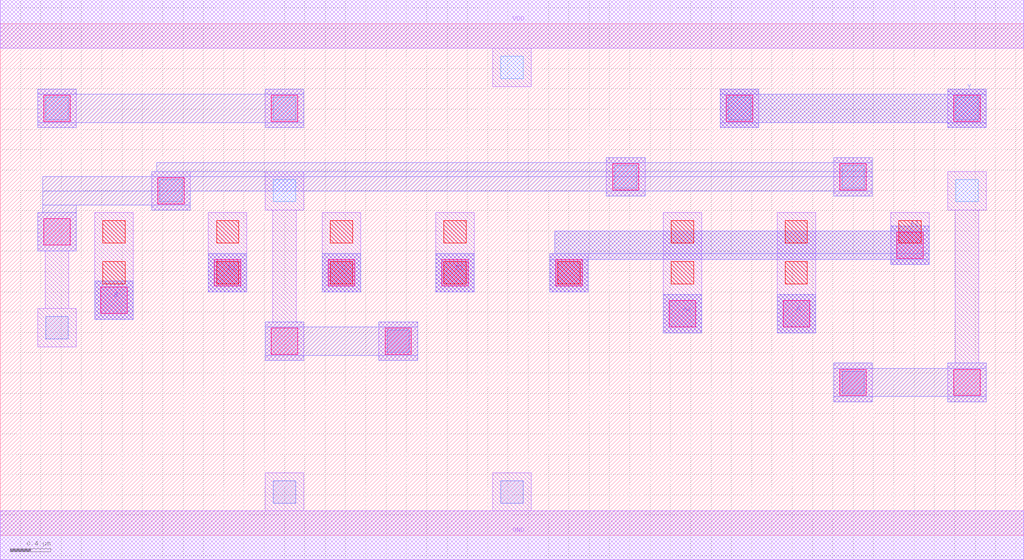
<source format=lef>
MACRO AAOI322
 CLASS CORE ;
 FOREIGN AAOI322 0 0 ;
 SIZE 10.08 BY 5.04 ;
 ORIGIN 0 0 ;
 SYMMETRY X Y R90 ;
 SITE unit ;
  PIN VDD
   DIRECTION INOUT ;
   USE POWER ;
   SHAPE ABUTMENT ;
    PORT
     CLASS CORE ;
       LAYER met1 ;
        RECT 0.00000000 4.80000000 10.08000000 5.28000000 ;
    END
  END VDD

  PIN GND
   DIRECTION INOUT ;
   USE POWER ;
   SHAPE ABUTMENT ;
    PORT
     CLASS CORE ;
       LAYER met1 ;
        RECT 0.00000000 -0.24000000 10.08000000 0.24000000 ;
    END
  END GND

  PIN Y
   DIRECTION INOUT ;
   USE SIGNAL ;
   SHAPE ABUTMENT ;
    PORT
     CLASS CORE ;
       LAYER met2 ;
        RECT 7.09000000 4.01700000 7.47000000 4.06700000 ;
        RECT 9.33000000 4.01700000 9.71000000 4.06700000 ;
        RECT 7.09000000 4.06700000 9.71000000 4.34700000 ;
        RECT 7.09000000 4.34700000 7.47000000 4.39700000 ;
        RECT 9.33000000 4.34700000 9.71000000 4.39700000 ;
    END
  END Y

  PIN A
   DIRECTION INOUT ;
   USE SIGNAL ;
   SHAPE ABUTMENT ;
    PORT
     CLASS CORE ;
       LAYER met2 ;
        RECT 7.65000000 1.99200000 8.03000000 2.37200000 ;
    END
  END A

  PIN A2
   DIRECTION INOUT ;
   USE SIGNAL ;
   SHAPE ABUTMENT ;
    PORT
     CLASS CORE ;
       LAYER met2 ;
        RECT 5.41000000 2.39700000 5.79000000 2.71700000 ;
        RECT 8.77000000 2.66700000 9.15000000 2.71700000 ;
        RECT 5.41000000 2.71700000 9.15000000 2.77700000 ;
        RECT 5.46000000 2.77700000 9.15000000 2.99700000 ;
        RECT 8.77000000 2.99700000 9.15000000 3.04700000 ;
    END
  END A2

  PIN B1
   DIRECTION INOUT ;
   USE SIGNAL ;
   SHAPE ABUTMENT ;
    PORT
     CLASS CORE ;
       LAYER met2 ;
        RECT 2.05000000 2.39700000 2.43000000 2.77700000 ;
    END
  END B1

  PIN B
   DIRECTION INOUT ;
   USE SIGNAL ;
   SHAPE ABUTMENT ;
    PORT
     CLASS CORE ;
       LAYER met2 ;
        RECT 0.93000000 2.12700000 1.31000000 2.50700000 ;
    END
  END B

  PIN C
   DIRECTION INOUT ;
   USE SIGNAL ;
   SHAPE ABUTMENT ;
    PORT
     CLASS CORE ;
       LAYER met2 ;
        RECT 3.17000000 2.39700000 3.55000000 2.77700000 ;
    END
  END C

  PIN C1
   DIRECTION INOUT ;
   USE SIGNAL ;
   SHAPE ABUTMENT ;
    PORT
     CLASS CORE ;
       LAYER met2 ;
        RECT 4.29000000 2.39700000 4.67000000 2.77700000 ;
    END
  END C1

  PIN A1
   DIRECTION INOUT ;
   USE SIGNAL ;
   SHAPE ABUTMENT ;
    PORT
     CLASS CORE ;
       LAYER met2 ;
        RECT 6.53000000 1.99200000 6.91000000 2.37200000 ;
    END
  END A1

 OBS
    LAYER polycont ;
     RECT 1.01000000 2.47700000 1.23000000 2.69700000 ;
     RECT 2.13000000 2.47700000 2.35000000 2.69700000 ;
     RECT 3.25000000 2.47700000 3.47000000 2.69700000 ;
     RECT 4.37000000 2.47700000 4.59000000 2.69700000 ;
     RECT 5.49000000 2.47700000 5.71000000 2.69700000 ;
     RECT 6.61000000 2.47700000 6.83000000 2.69700000 ;
     RECT 7.73000000 2.47700000 7.95000000 2.69700000 ;
     RECT 1.01000000 2.88200000 1.23000000 3.10200000 ;
     RECT 2.13000000 2.88200000 2.35000000 3.10200000 ;
     RECT 3.25000000 2.88200000 3.47000000 3.10200000 ;
     RECT 4.37000000 2.88200000 4.59000000 3.10200000 ;
     RECT 6.61000000 2.88200000 6.83000000 3.10200000 ;
     RECT 7.73000000 2.88200000 7.95000000 3.10200000 ;
     RECT 8.85000000 2.88200000 9.07000000 3.10200000 ;

    LAYER pdiffc ;
     RECT 1.57000000 3.28700000 1.79000000 3.50700000 ;
     RECT 2.69000000 3.28700000 2.91000000 3.50700000 ;
     RECT 9.41000000 3.28700000 9.63000000 3.50700000 ;
     RECT 6.05000000 3.42200000 6.27000000 3.64200000 ;
     RECT 8.29000000 3.42200000 8.51000000 3.64200000 ;
     RECT 0.45000000 4.09700000 0.67000000 4.31700000 ;
     RECT 2.69000000 4.09700000 2.91000000 4.31700000 ;
     RECT 7.17000000 4.09700000 7.39000000 4.31700000 ;
     RECT 9.41000000 4.09700000 9.63000000 4.31700000 ;
     RECT 4.93000000 4.50200000 5.15000000 4.72200000 ;

    LAYER ndiffc ;
     RECT 2.69000000 0.31700000 2.91000000 0.53700000 ;
     RECT 4.93000000 0.31700000 5.15000000 0.53700000 ;
     RECT 8.29000000 1.39700000 8.51000000 1.61700000 ;
     RECT 3.81000000 1.80200000 4.03000000 2.02200000 ;
     RECT 0.45000000 1.93700000 0.67000000 2.15700000 ;

    LAYER met1 ;
     RECT 0.00000000 -0.24000000 10.08000000 0.24000000 ;
     RECT 2.61000000 0.24000000 2.99000000 0.61700000 ;
     RECT 4.85000000 0.24000000 5.23000000 0.61700000 ;
     RECT 8.21000000 1.31700000 8.59000000 1.69700000 ;
     RECT 3.73000000 1.72200000 4.11000000 2.10200000 ;
     RECT 5.41000000 2.39700000 5.79000000 2.77700000 ;
     RECT 0.37000000 1.85700000 0.75000000 2.23700000 ;
     RECT 0.44500000 2.23700000 0.67500000 2.80200000 ;
     RECT 0.37000000 2.80200000 0.75000000 3.18200000 ;
     RECT 0.93000000 2.12700000 1.31000000 3.18200000 ;
     RECT 2.05000000 2.39700000 2.43000000 3.18200000 ;
     RECT 3.17000000 2.39700000 3.55000000 3.18200000 ;
     RECT 4.29000000 2.39700000 4.67000000 3.18200000 ;
     RECT 6.53000000 1.99200000 6.91000000 3.18200000 ;
     RECT 7.65000000 1.99200000 8.03000000 3.18200000 ;
     RECT 8.77000000 2.66700000 9.15000000 3.18200000 ;
     RECT 1.49000000 3.20700000 1.87000000 3.58700000 ;
     RECT 2.61000000 1.72200000 2.99000000 2.10200000 ;
     RECT 2.68500000 2.10200000 2.91500000 3.20700000 ;
     RECT 2.61000000 3.20700000 2.99000000 3.58700000 ;
     RECT 9.33000000 1.31700000 9.71000000 1.69700000 ;
     RECT 9.40500000 1.69700000 9.63500000 3.20700000 ;
     RECT 9.33000000 3.20700000 9.71000000 3.58700000 ;
     RECT 5.97000000 3.34200000 6.35000000 3.72200000 ;
     RECT 8.21000000 3.34200000 8.59000000 3.72200000 ;
     RECT 0.37000000 4.01700000 0.75000000 4.39700000 ;
     RECT 2.61000000 4.01700000 2.99000000 4.39700000 ;
     RECT 7.09000000 4.01700000 7.47000000 4.39700000 ;
     RECT 9.33000000 4.01700000 9.71000000 4.39700000 ;
     RECT 4.85000000 4.42200000 5.23000000 4.80000000 ;
     RECT 0.00000000 4.80000000 10.08000000 5.28000000 ;

    LAYER via1 ;
     RECT 8.27000000 1.37700000 8.53000000 1.63700000 ;
     RECT 9.39000000 1.37700000 9.65000000 1.63700000 ;
     RECT 2.67000000 1.78200000 2.93000000 2.04200000 ;
     RECT 3.79000000 1.78200000 4.05000000 2.04200000 ;
     RECT 6.59000000 2.05200000 6.85000000 2.31200000 ;
     RECT 7.71000000 2.05200000 7.97000000 2.31200000 ;
     RECT 0.99000000 2.18700000 1.25000000 2.44700000 ;
     RECT 2.11000000 2.45700000 2.37000000 2.71700000 ;
     RECT 3.23000000 2.45700000 3.49000000 2.71700000 ;
     RECT 4.35000000 2.45700000 4.61000000 2.71700000 ;
     RECT 5.47000000 2.45700000 5.73000000 2.71700000 ;
     RECT 8.83000000 2.72700000 9.09000000 2.98700000 ;
     RECT 0.43000000 2.86200000 0.69000000 3.12200000 ;
     RECT 1.55000000 3.26700000 1.81000000 3.52700000 ;
     RECT 6.03000000 3.40200000 6.29000000 3.66200000 ;
     RECT 8.27000000 3.40200000 8.53000000 3.66200000 ;
     RECT 0.43000000 4.07700000 0.69000000 4.33700000 ;
     RECT 2.67000000 4.07700000 2.93000000 4.33700000 ;
     RECT 7.15000000 4.07700000 7.41000000 4.33700000 ;
     RECT 9.39000000 4.07700000 9.65000000 4.33700000 ;

    LAYER met2 ;
     RECT 8.21000000 1.31700000 8.59000000 1.36700000 ;
     RECT 9.33000000 1.31700000 9.71000000 1.36700000 ;
     RECT 8.21000000 1.36700000 9.71000000 1.64700000 ;
     RECT 8.21000000 1.64700000 8.59000000 1.69700000 ;
     RECT 9.33000000 1.64700000 9.71000000 1.69700000 ;
     RECT 2.61000000 1.72200000 2.99000000 1.77200000 ;
     RECT 3.73000000 1.72200000 4.11000000 1.77200000 ;
     RECT 2.61000000 1.77200000 4.11000000 2.05200000 ;
     RECT 2.61000000 2.05200000 2.99000000 2.10200000 ;
     RECT 3.73000000 2.05200000 4.11000000 2.10200000 ;
     RECT 6.53000000 1.99200000 6.91000000 2.37200000 ;
     RECT 7.65000000 1.99200000 8.03000000 2.37200000 ;
     RECT 0.93000000 2.12700000 1.31000000 2.50700000 ;
     RECT 2.05000000 2.39700000 2.43000000 2.77700000 ;
     RECT 3.17000000 2.39700000 3.55000000 2.77700000 ;
     RECT 4.29000000 2.39700000 4.67000000 2.77700000 ;
     RECT 5.41000000 2.39700000 5.79000000 2.71700000 ;
     RECT 8.77000000 2.66700000 9.15000000 2.71700000 ;
     RECT 5.41000000 2.71700000 9.15000000 2.77700000 ;
     RECT 5.46000000 2.77700000 9.15000000 2.99700000 ;
     RECT 8.77000000 2.99700000 9.15000000 3.04700000 ;
     RECT 0.37000000 2.80200000 0.75000000 3.18200000 ;
     RECT 0.42000000 3.18200000 0.75000000 3.25700000 ;
     RECT 1.49000000 3.20700000 1.87000000 3.25700000 ;
     RECT 0.42000000 3.25700000 1.87000000 3.39200000 ;
     RECT 5.97000000 3.34200000 6.35000000 3.39200000 ;
     RECT 8.21000000 3.34200000 8.59000000 3.39200000 ;
     RECT 0.42000000 3.39200000 8.59000000 3.53700000 ;
     RECT 1.49000000 3.53700000 8.59000000 3.58700000 ;
     RECT 1.54000000 3.58700000 8.59000000 3.67200000 ;
     RECT 5.97000000 3.67200000 6.35000000 3.72200000 ;
     RECT 8.21000000 3.67200000 8.59000000 3.72200000 ;
     RECT 0.37000000 4.01700000 0.75000000 4.06700000 ;
     RECT 2.61000000 4.01700000 2.99000000 4.06700000 ;
     RECT 0.37000000 4.06700000 2.99000000 4.34700000 ;
     RECT 0.37000000 4.34700000 0.75000000 4.39700000 ;
     RECT 2.61000000 4.34700000 2.99000000 4.39700000 ;
     RECT 7.09000000 4.01700000 7.47000000 4.06700000 ;
     RECT 9.33000000 4.01700000 9.71000000 4.06700000 ;
     RECT 7.09000000 4.06700000 9.71000000 4.34700000 ;
     RECT 7.09000000 4.34700000 7.47000000 4.39700000 ;
     RECT 9.33000000 4.34700000 9.71000000 4.39700000 ;

 END
END AAOI322

</source>
